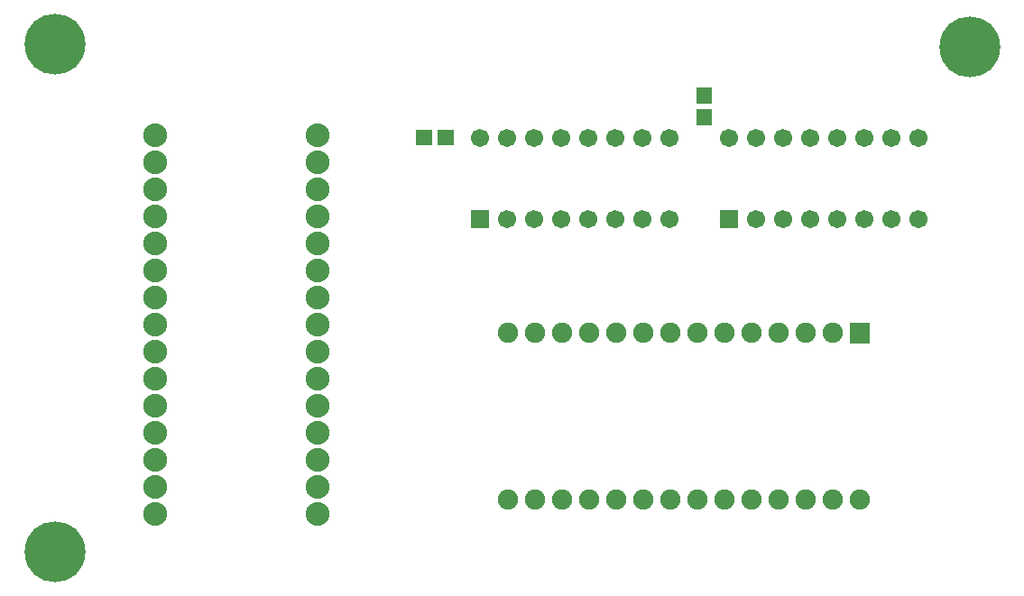
<source format=gts>
G04 Layer: TopSolderMaskLayer*
G04 Gerber Generator version 0.2*
G04 Scale: 100 percent, Rotated: No, Reflected: No *
G04 Dimensions in millimeters *
G04 leading zeros omitted , absolute positions ,4 integer and 5 decimal *
%FSLAX45Y45*%
%MOMM*%

%ADD28C,1.9016*%
%ADD30C,1.7016*%
%ADD31R,1.7016X1.7016*%
%ADD32C,2.2352*%
%ADD33C,5.7032*%

%LPD*%
G36*
X6631432Y4393437D02*
G01*
X6631432Y4544568D01*
X6776719Y4544568D01*
X6776719Y4393437D01*
G37*
G36*
X6631432Y4599431D02*
G01*
X6631432Y4750562D01*
X6776719Y4750562D01*
X6776719Y4599431D01*
G37*
G36*
X4204207Y4207255D02*
G01*
X4204207Y4352544D01*
X4355337Y4352544D01*
X4355337Y4207255D01*
G37*
G36*
X3998214Y4207255D02*
G01*
X3998214Y4352544D01*
X4149344Y4352544D01*
X4149344Y4207255D01*
G37*
D28*
G01*
X8164576Y883691D03*
G01*
X7910576Y883691D03*
G01*
X7656576Y883691D03*
G01*
X7402576Y883691D03*
G01*
X7148576Y883691D03*
G01*
X6894576Y883691D03*
G01*
X6640576Y883691D03*
G01*
X6386576Y883691D03*
G01*
X6132576Y883691D03*
G01*
X5878576Y883691D03*
G01*
X5624576Y883691D03*
G01*
X5370576Y883691D03*
G01*
X5116576Y883691D03*
G01*
X4862576Y883691D03*
G01*
X4862576Y2443708D03*
G01*
X5116576Y2443708D03*
G01*
X5370576Y2443708D03*
G01*
X5624576Y2443708D03*
G01*
X5878576Y2443708D03*
G01*
X6132576Y2443708D03*
G01*
X6386576Y2443708D03*
G01*
X6894576Y2443708D03*
G01*
X7148576Y2443708D03*
G01*
X7402576Y2443708D03*
G01*
X7656576Y2443708D03*
G01*
X7910576Y2443708D03*
G01*
X6640576Y2443708D03*
G36*
X8069580Y2348737D02*
G01*
X8069580Y2538729D01*
X8259571Y2538729D01*
X8259571Y2348737D01*
G37*
D30*
G01*
X6932676Y4279900D03*
G01*
X7186676Y4279900D03*
G01*
X7440676Y4279900D03*
G01*
X7694676Y4279900D03*
G01*
X7948676Y4279900D03*
G01*
X8202676Y4279900D03*
G01*
X8456676Y4279900D03*
G01*
X8710676Y4279900D03*
G01*
X8710676Y3517900D03*
G01*
X8456676Y3517900D03*
G01*
X8202676Y3517900D03*
G01*
X7948676Y3517900D03*
G01*
X7694676Y3517900D03*
G01*
X7440676Y3517900D03*
G01*
X7186676Y3517900D03*
D31*
G01*
X6932676Y3517900D03*
D30*
G01*
X4595876Y4279900D03*
G01*
X4849876Y4279900D03*
G01*
X5103876Y4279900D03*
G01*
X5357876Y4279900D03*
G01*
X5611876Y4279900D03*
G01*
X5865876Y4279900D03*
G01*
X6119876Y4279900D03*
G01*
X6373876Y4279900D03*
G01*
X6373876Y3517900D03*
G01*
X6119876Y3517900D03*
G01*
X5865876Y3517900D03*
G01*
X5611876Y3517900D03*
G01*
X5357876Y3517900D03*
G01*
X5103876Y3517900D03*
G01*
X4849876Y3517900D03*
D31*
G01*
X4595876Y3517900D03*
D32*
G01*
X3071876Y741527D03*
G01*
X3071876Y995527D03*
G01*
X3071876Y1249527D03*
G01*
X3071876Y1503527D03*
G01*
X3071876Y1757527D03*
G01*
X3071876Y2011527D03*
G01*
X3071876Y2265527D03*
G01*
X3071876Y2519527D03*
G01*
X3071876Y2773527D03*
G01*
X3071876Y3027527D03*
G01*
X3071876Y3281527D03*
G01*
X3071876Y3535527D03*
G01*
X3071876Y3789527D03*
G01*
X3071876Y4043527D03*
G01*
X3071876Y4297527D03*
G01*
X1547876Y4297527D03*
G01*
X1547876Y4043527D03*
G01*
X1547876Y3789527D03*
G01*
X1547876Y3535527D03*
G01*
X1547876Y3281527D03*
G01*
X1547876Y3027527D03*
G01*
X1547876Y2773527D03*
G01*
X1547876Y2519527D03*
G01*
X1547876Y2265527D03*
G01*
X1547876Y2011527D03*
G01*
X1547876Y1757527D03*
G01*
X1547876Y1503527D03*
G01*
X1547876Y1249527D03*
G01*
X1547876Y995527D03*
G01*
X1547876Y741527D03*
D33*
G01*
X608076Y393700D03*
G01*
X608076Y5156200D03*
G01*
X9193276Y5130800D03*
M02*

</source>
